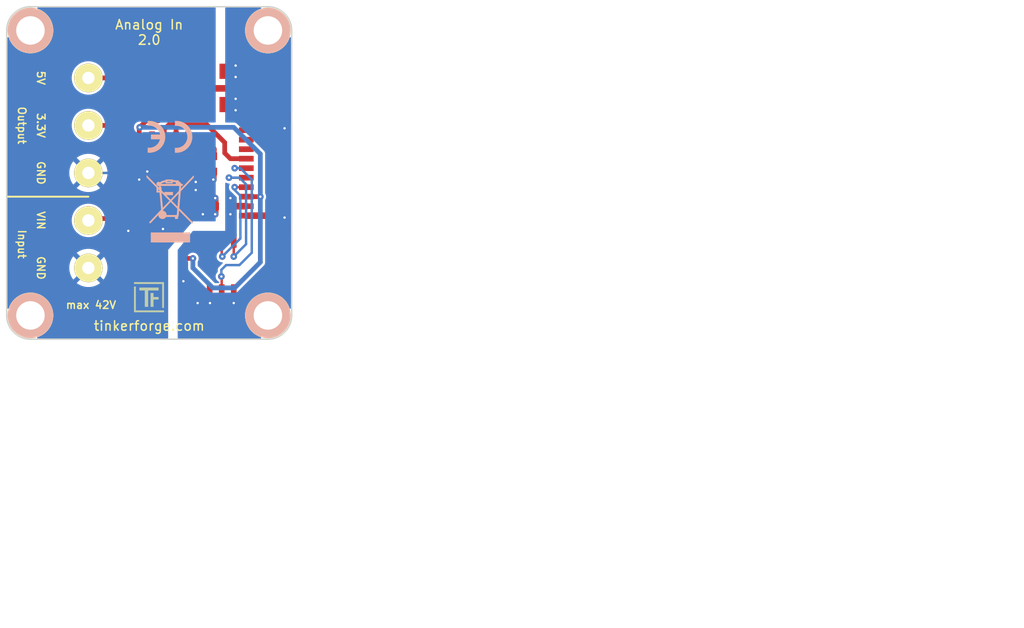
<source format=kicad_pcb>
(kicad_pcb (version 20221018) (generator pcbnew)
  (title_block (title "Analog In Bricklet") (date "24 Feb 2015") (rev "2.0") (company "Tinkerforge GmbH") (comment 1 "Licensed under CERN OHL v.1.1") (comment 2 "Copyright (©) 2015, B.Nordmeyer <bastian@tinkerforge.com>"))
  (layers (0 "F.Cu" signal) (31 "B.Cu" signal) (34 "B.Paste" user) (35 "F.Paste" user) (36 "B.SilkS" user "B.Silkscreen") (37 "F.SilkS" user "F.Silkscreen") (38 "B.Mask" user) (39 "F.Mask" user) (44 "Edge.Cuts" user))
  (net 0 "")
  (net 1 "3V3")
  (net 2 "GND")
  (net 3 "AGND")
  (net 4 "ADC0")
  (net 5 "+5V")
  (net 6 "Net-(P1-Pad4)")
  (net 7 "Net-(P1-Pad5)")
  (net 8 "Net-(P1-Pad6)")
  (net 9 "Net-(P1-Pad7)")
  (net 10 "Net-(C4-Pad2)")
  (net 11 "Net-(R1-Pad2)")
  (net 12 "Net-(R3-Pad2)")
  (net 13 "Net-(R4-Pad1)")
  (net 14 "Net-(F1-Pad2)")
  (net 15 "Net-(F2-Pad2)")
  (net 16 "Net-(P2-Pad2)")
  (net 17 "Net-(P1-Pad8)")
  (net 18 "Net-(P1-Pad9)")
  (net 19 "Net-(P1-Pad10)")
  (net 20 "Net-(U1-Pad7)")
  (footprint "logo:Logo_31x31" (layer "F.Cu") (at 188.9 123.6)
    (fp_text reference "G***" hide)
    (fp_text value "Logo_31x31" hide)
  )
  (footprint "tinkerforge:Fiducial_Mark" (layer "F.Cu") (at 198.5 128.1)
    (fp_text reference "Fiducial_Mark" hide)
    (fp_text value "VAL**" hide)
    (pad "1" smd circle (at 0 0) (size 1.00076 1.00076) (layers "F.Cu" "F.Mask") (clearance 0.65024))
  )
  (footprint "tinkerforge:Fiducial_Mark" (layer "F.Cu") (at 182.5 96.1)
    (fp_text reference "Fiducial_Mark" hide)
    (fp_text value "VAL**" hide)
    (pad "1" smd circle (at 0 0) (size 1.00076 1.00076) (layers "F.Cu" "F.Mask") (clearance 0.65024))
  )
  (footprint "kicad-libraries:MiniMelf" (layer "F.Cu") (at 196.8 104.9)
    (fp_text reference "D1")
    (fp_text value "3V3")
    (pad "1" smd rect (at 1.69926 0) (size 1.19888 1.6002) (layers "F.Cu" "F.Paste" "F.Mask") (net 2 "GND"))
    (pad "2" smd rect (at -1.69926 0) (size 1.19888 1.6002) (layers "F.Cu" "F.Paste" "F.Mask") (net 1 "3V3"))
  )
  (footprint "kicad-libraries:MiniMelf" (layer "F.Cu") (at 196.8 101.4)
    (fp_text reference "D2")
    (fp_text value "5V")
    (pad "1" smd rect (at 1.69926 0) (size 1.19888 1.6002) (layers "F.Cu" "F.Paste" "F.Mask") (net 2 "GND"))
    (pad "2" smd rect (at -1.69926 0) (size 1.19888 1.6002) (layers "F.Cu" "F.Paste" "F.Mask") (net 5 "+5V"))
  )
  (footprint "kicad-libraries:CON-SENSOR" (layer "F.Cu") (at 205.5 112.1 90)
    (fp_text reference "P1")
    (fp_text value "CON-SENSOR")
    (pad "1" smd rect (at -4.50088 -4.7752 90) (size 0.59944 1.5494) (layers "F.Cu" "F.Paste" "F.Mask") (net 5 "+5V"))
    (pad "2" smd rect (at -3.50012 -4.7752 90) (size 0.59944 1.5494) (layers "F.Cu" "F.Paste" "F.Mask") (net 2 "GND"))
    (pad "3" smd rect (at -2.49936 -4.7752 90) (size 0.59944 1.5494) (layers "F.Cu" "F.Paste" "F.Mask") (net 1 "3V3"))
    (pad "4" smd rect (at -1.50114 -4.7752 90) (size 0.59944 1.5494) (layers "F.Cu" "F.Paste" "F.Mask") (net 6 "Net-(P1-Pad4)"))
    (pad "5" smd rect (at -0.50038 -4.7752 90) (size 0.59944 1.5494) (layers "F.Cu" "F.Paste" "F.Mask") (net 7 "Net-(P1-Pad5)"))
    (pad "6" smd rect (at 0.50038 -4.7752 90) (size 0.59944 1.5494) (layers "F.Cu" "F.Paste" "F.Mask") (net 8 "Net-(P1-Pad6)"))
    (pad "7" smd rect (at 1.50114 -4.7752 90) (size 0.59944 1.5494) (layers "F.Cu" "F.Paste" "F.Mask") (net 9 "Net-(P1-Pad7)"))
    (pad "8" smd rect (at 2.49936 -4.7752 90) (size 0.59944 1.5494) (layers "F.Cu" "F.Paste" "F.Mask") (net 17 "Net-(P1-Pad8)"))
    (pad "9" smd rect (at 3.50012 -4.7752 90) (size 0.59944 1.5494) (layers "F.Cu" "F.Paste" "F.Mask") (net 18 "Net-(P1-Pad9)"))
    (pad "10" smd rect (at 4.50088 -4.7752 90) (size 0.59944 1.5494) (layers "F.Cu" "F.Paste" "F.Mask") (net 19 "Net-(P1-Pad10)"))
    (pad "EP" smd rect (at -5.79882 -0.89916 90) (size 1.19888 1.80086) (layers "F.Cu" "F.Paste" "F.Mask") (net 2 "GND"))
    (pad "EP" smd rect (at 5.79882 -0.89916 90) (size 1.19888 1.80086) (layers "F.Cu" "F.Paste" "F.Mask") (net 2 "GND"))
  )
  (footprint "kicad-libraries:AKL_5_5" (layer "F.Cu") (at 184.1 112.1 90)
    (fp_text reference "P2")
    (fp_text value "CONN_5")
    (pad "1" thru_hole circle (at -10 0 90) (size 2.99974 2.99974) (drill 1.30048) (layers "*.Cu" "*.Mask" "F.SilkS") (net 3 "AGND"))
    (pad "2" thru_hole circle (at -5 0 90) (size 2.99974 2.99974) (drill 1.30048) (layers "*.Cu" "*.Mask" "F.SilkS") (net 16 "Net-(P2-Pad2)"))
    (pad "3" thru_hole circle (at 0 0 90) (size 2.99974 2.99974) (drill 1.30048) (layers "*.Cu" "*.Mask" "F.SilkS") (net 3 "AGND"))
    (pad "4" thru_hole circle (at 5 0 90) (size 2.99974 2.99974) (drill 1.30048) (layers "*.Cu" "*.Mask" "F.SilkS") (net 14 "Net-(F1-Pad2)"))
    (pad "5" thru_hole circle (at 10 0 90) (size 2.99974 2.99974) (drill 1.30048) (layers "*.Cu" "*.Mask" "F.SilkS") (net 15 "Net-(F2-Pad2)"))
  )
  (footprint "kicad-libraries:SOIC8" (layer "F.Cu") (at 197.5 121.9)
    (fp_text reference "U1")
    (fp_text value "M24C64")
    (pad "1" smd rect (at -1.90246 2.69748 180) (size 0.59944 1.5494) (layers "F.Cu" "F.Paste" "F.Mask") (net 2 "GND"))
    (pad "2" smd rect (at -0.63246 2.69748 180) (size 0.59944 1.5494) (layers "F.Cu" "F.Paste" "F.Mask") (net 2 "GND"))
    (pad "3" smd rect (at 0.63246 2.69748 180) (size 0.59944 1.5494) (layers "F.Cu" "F.Paste" "F.Mask") (net 8 "Net-(P1-Pad6)"))
    (pad "4" smd rect (at 1.90246 2.69748 180) (size 0.59944 1.5494) (layers "F.Cu" "F.Paste" "F.Mask") (net 2 "GND"))
    (pad "5" smd rect (at 1.90246 -2.69748) (size 0.59944 1.5494) (layers "F.Cu" "F.Paste" "F.Mask") (net 7 "Net-(P1-Pad5)"))
    (pad "6" smd rect (at 0.63246 -2.69748) (size 0.59944 1.5494) (layers "F.Cu" "F.Paste" "F.Mask") (net 6 "Net-(P1-Pad4)"))
    (pad "7" smd rect (at -0.63246 -2.69748) (size 0.59944 1.5494) (layers "F.Cu" "F.Paste" "F.Mask") (net 20 "Net-(U1-Pad7)"))
    (pad "8" smd rect (at -1.90246 -2.69748) (size 0.59944 1.5494) (layers "F.Cu" "F.Paste" "F.Mask") (net 1 "3V3"))
  )
  (footprint "kicad-libraries:SOIC8" (layer "F.Cu") (at 192.7 111.2)
    (fp_text reference "U2")
    (fp_text value "TLV272IS")
    (pad "1" smd rect (at -1.90246 2.69748 180) (size 0.59944 1.5494) (layers "F.Cu" "F.Paste" "F.Mask") (net 11 "Net-(R1-Pad2)"))
    (pad "2" smd rect (at -0.63246 2.69748 180) (size 0.59944 1.5494) (layers "F.Cu" "F.Paste" "F.Mask") (net 12 "Net-(R3-Pad2)"))
    (pad "3" smd rect (at 0.63246 2.69748 180) (size 0.59944 1.5494) (layers "F.Cu" "F.Paste" "F.Mask") (net 13 "Net-(R4-Pad1)"))
    (pad "4" smd rect (at 1.90246 2.69748 180) (size 0.59944 1.5494) (layers "F.Cu" "F.Paste" "F.Mask") (net 3 "AGND"))
    (pad "5" smd rect (at 1.90246 -2.69748) (size 0.59944 1.5494) (layers "F.Cu" "F.Paste" "F.Mask") (net 4 "ADC0"))
    (pad "6" smd rect (at 0.63246 -2.69748) (size 0.59944 1.5494) (layers "F.Cu" "F.Paste" "F.Mask") (net 9 "Net-(P1-Pad7)"))
    (pad "7" smd rect (at -0.63246 -2.69748) (size 0.59944 1.5494) (layers "F.Cu" "F.Paste" "F.Mask") (net 9 "Net-(P1-Pad7)"))
    (pad "8" smd rect (at -1.90246 -2.69748) (size 0.59944 1.5494) (layers "F.Cu" "F.Paste" "F.Mask") (net 1 "3V3"))
  )
  (footprint "kicad-libraries:DRILL_NP" (layer "F.Cu") (at 178 97.1)
    (fp_text reference "U3" hide)
    (fp_text value "DRILL" hide)
    (pad "" np_thru_hole circle (at 0 0) (size 2.99974 2.99974) (drill 2.99974) (layers "*.Cu" "*.Mask" "F.SilkS") (clearance 0.89916))
  )
  (footprint "kicad-libraries:DRILL_NP" (layer "F.Cu") (at 178 127.1)
    (fp_text reference "U4" hide)
    (fp_text value "DRILL" hide)
    (pad "" np_thru_hole circle (at 0 0) (size 2.99974 2.99974) (drill 2.99974) (layers "*.Cu" "*.Mask" "F.SilkS") (clearance 0.89916))
  )
  (footprint "kicad-libraries:DRILL_NP" (layer "F.Cu") (at 203 127.1)
    (fp_text reference "U5" hide)
    (fp_text value "DRILL" hide)
    (pad "" np_thru_hole circle (at 0 0) (size 2.99974 2.99974) (drill 2.99974) (layers "*.Cu" "*.Mask" "F.SilkS") (clearance 0.89916))
  )
  (footprint "kicad-libraries:DRILL_NP" (layer "F.Cu") (at 203 97.1)
    (fp_text reference "U6" hide)
    (fp_text value "DRILL" hide)
    (pad "" np_thru_hole circle (at 0 0) (size 2.99974 2.99974) (drill 2.99974) (layers "*.Cu" "*.Mask" "F.SilkS") (clearance 0.89916))
  )
  (footprint "kicad-libraries:C0603" (layer "F.Cu") (at 194.1 121.9 -90)
    (fp_text reference "C1")
    (fp_text value "100nF")
    (pad "1" smd rect (at -0.8001 0 270) (size 0.8001 0.8001) (layers "F.Cu" "F.Paste" "F.Mask") (net 1 "3V3"))
    (pad "2" smd rect (at 0.8001 0 270) (size 0.8001 0.8001) (layers "F.Cu" "F.Paste" "F.Mask") (net 2 "GND"))
  )
  (footprint "kicad-libraries:C0603" (layer "F.Cu") (at 189.45 111.15 90)
    (fp_text reference "C2")
    (fp_text value "100nF")
    (pad "1" smd rect (at -0.8001 0 90) (size 0.8001 0.8001) (layers "F.Cu" "F.Paste" "F.Mask") (net 3 "AGND"))
    (pad "2" smd rect (at 0.8001 0 90) (size 0.8001 0.8001) (layers "F.Cu" "F.Paste" "F.Mask") (net 1 "3V3"))
  )
  (footprint "kicad-libraries:C0603" (layer "F.Cu") (at 197.25 111.15 90)
    (fp_text reference "C3")
    (fp_text value "180pF")
    (pad "1" smd rect (at -0.8001 0 90) (size 0.8001 0.8001) (layers "F.Cu" "F.Paste" "F.Mask") (net 3 "AGND"))
    (pad "2" smd rect (at 0.8001 0 90) (size 0.8001 0.8001) (layers "F.Cu" "F.Paste" "F.Mask") (net 4 "ADC0"))
  )
  (footprint "kicad-libraries:C0603" (layer "F.Cu") (at 189.85 118.2)
    (fp_text reference "C4")
    (fp_text value "15pF")
    (pad "1" smd rect (at -0.8001 0) (size 0.8001 0.8001) (layers "F.Cu" "F.Paste" "F.Mask") (net 3 "AGND"))
    (pad "2" smd rect (at 0.8001 0) (size 0.8001 0.8001) (layers "F.Cu" "F.Paste" "F.Mask") (net 10 "Net-(C4-Pad2)"))
  )
  (footprint "kicad-libraries:F1206" (layer "F.Cu") (at 191.7 104.9 180)
    (fp_text reference "F1")
    (fp_text value "OZCJ0035FF2G")
    (pad "1" smd rect (at -1.50114 0 180) (size 1.00076 1.6002) (layers "F.Cu" "F.Paste" "F.Mask") (net 1 "3V3"))
    (pad "2" smd rect (at 1.50114 0 180) (size 1.00076 1.6002) (layers "F.Cu" "F.Paste" "F.Mask") (net 14 "Net-(F1-Pad2)"))
  )
  (footprint "kicad-libraries:F1206" (layer "F.Cu") (at 191.7 101.4 180)
    (fp_text reference "F2")
    (fp_text value "OZCJ0035FF2G")
    (pad "1" smd rect (at -1.50114 0 180) (size 1.00076 1.6002) (layers "F.Cu" "F.Paste" "F.Mask") (net 5 "+5V"))
    (pad "2" smd rect (at 1.50114 0 180) (size 1.00076 1.6002) (layers "F.Cu" "F.Paste" "F.Mask") (net 15 "Net-(F2-Pad2)"))
  )
  (footprint "kicad-libraries:R0603" (layer "F.Cu") (at 195.95 111.15 -90)
    (fp_text reference "R1")
    (fp_text value "68.1")
    (pad "1" smd rect (at -0.8001 0 270) (size 0.8001 0.8001) (layers "F.Cu" "F.Paste" "F.Mask") (net 4 "ADC0"))
    (pad "2" smd rect (at 0.8001 0 270) (size 0.8001 0.8001) (layers "F.Cu" "F.Paste" "F.Mask") (net 11 "Net-(R1-Pad2)"))
  )
  (footprint "kicad-libraries:R0603" (layer "F.Cu") (at 198.25 115.6 180)
    (fp_text reference "R2")
    (fp_text value "0")
    (pad "1" smd rect (at -0.8001 0 180) (size 0.8001 0.8001) (layers "F.Cu" "F.Paste" "F.Mask") (net 2 "GND"))
    (pad "2" smd rect (at 0.8001 0 180) (size 0.8001 0.8001) (layers "F.Cu" "F.Paste" "F.Mask") (net 3 "AGND"))
  )
  (footprint "kicad-libraries:R0603" (layer "F.Cu") (at 189.85 115.6)
    (fp_text reference "R3")
    (fp_text value "10k")
    (pad "1" smd rect (at -0.8001 0) (size 0.8001 0.8001) (layers "F.Cu" "F.Paste" "F.Mask") (net 11 "Net-(R1-Pad2)"))
    (pad "2" smd rect (at 0.8001 0) (size 0.8001 0.8001) (layers "F.Cu" "F.Paste" "F.Mask") (net 12 "Net-(R3-Pad2)"))
  )
  (footprint "kicad-libraries:R0603" (layer "F.Cu") (at 195.35 115.6)
    (fp_text reference "R4")
    (fp_text value "10k")
    (pad "1" smd rect (at -0.8001 0) (size 0.8001 0.8001) (layers "F.Cu" "F.Paste" "F.Mask") (net 13 "Net-(R4-Pad1)"))
    (pad "2" smd rect (at 0.8001 0) (size 0.8001 0.8001) (layers "F.Cu" "F.Paste" "F.Mask") (net 3 "AGND"))
  )
  (footprint "kicad-libraries:R0603" (layer "F.Cu") (at 191.95 116.4 -90)
    (fp_text reference "R5")
    (fp_text value "130k")
    (pad "1" smd rect (at -0.8001 0 270) (size 0.8001 0.8001) (layers "F.Cu" "F.Paste" "F.Mask") (net 12 "Net-(R3-Pad2)"))
    (pad "2" smd rect (at 0.8001 0 270) (size 0.8001 0.8001) (layers "F.Cu" "F.Paste" "F.Mask") (net 3 "AGND"))
  )
  (footprint "kicad-libraries:R0603" (layer "F.Cu") (at 193.25 116.4 -90)
    (fp_text reference "R6")
    (fp_text value "130k")
    (pad "1" smd rect (at -0.8001 0 270) (size 0.8001 0.8001) (layers "F.Cu" "F.Paste" "F.Mask") (net 13 "Net-(R4-Pad1)"))
    (pad "2" smd rect (at 0.8001 0 270) (size 0.8001 0.8001) (layers "F.Cu" "F.Paste" "F.Mask") (net 10 "Net-(C4-Pad2)"))
  )
  (footprint "kicad-libraries:R0603" (layer "F.Cu") (at 189.85 116.9 180)
    (fp_text reference "R7")
    (fp_text value "10")
    (pad "1" smd rect (at -0.8001 0 180) (size 0.8001 0.8001) (layers "F.Cu" "F.Paste" "F.Mask") (net 10 "Net-(C4-Pad2)"))
    (pad "2" smd rect (at 0.8001 0 180) (size 0.8001 0.8001) (layers "F.Cu" "F.Paste" "F.Mask") (net 16 "Net-(P2-Pad2)"))
  )
  (footprint "tinkerforge:CE_5mm" (layer "B.Cu") (at 192.65 108.3 180)
    (fp_text reference "VAL" hide)
    (fp_text value "CE_5mm" hide)
  )
  (footprint "tinkerforge:WEEE_7mm" (layer "B.Cu") (at 192.7 115.9)
    (fp_text reference "VAL" hide)
    (fp_text value "WEEE_7mm" hide)
  )
  (gr_line (start 184.1 114.6) (end 175.5 114.6) (stroke (width 0.2)) (layer "F.SilkS"))
  (gr_line (start 205.5 127.1) (end 205.5 97.1) (stroke (width 0.15)) (layer "Edge.Cuts"))
  (gr_line (start 203 94.6) (end 178 94.6) (stroke (width 0.15)) (layer "Edge.Cuts"))
  (gr_arc (start 178 129.6) (mid 176.232233 128.867767) (end 175.5 127.1) (stroke (width 0.15)) (layer "Edge.Cuts"))
  (gr_arc (start 203 94.6) (mid 204.767767 95.332233) (end 205.5 97.1) (stroke (width 0.15)) (layer "Edge.Cuts"))
  (gr_arc (start 175.5 97.1) (mid 176.232233 95.332233) (end 178 94.6) (stroke (width 0.15)) (layer "Edge.Cuts"))
  (gr_arc (start 205.5 127.1) (mid 204.767767 128.867767) (end 203 129.6) (stroke (width 0.15)) (layer "Edge.Cuts"))
  (gr_line (start 178 129.6) (end 203 129.6) (stroke (width 0.15)) (layer "Edge.Cuts"))
  (gr_line (start 175.5 127.1) (end 175.5 97.1) (stroke (width 0.15)) (layer "Edge.Cuts"))
  (gr_text "tinkerforge.com" (at 190.5 128.2) (layer "F.SilkS") (effects (font (size 1 1))))
  (gr_text "Input" (at 177.1 119.6 270) (layer "F.SilkS") (effects (font (size 0.8 0.8))))
  (gr_text "GND" (at 179.1 112.1 270) (layer "F.SilkS") (effects (font (size 0.8 0.8))))
  (gr_text "3.3V" (at 179.1 107.1 270) (layer "F.SilkS") (effects (font (size 0.8 0.8))))
  (gr_text "Output" (at 177.1 107.1 270) (layer "F.SilkS") (effects (font (size 0.8 0.8))))
  (gr_text "GND" (at 179.1 122.1 270) (layer "F.SilkS") (effects (font (size 0.8 0.8))))
  (gr_text "VIN" (at 179.1 117.1 270) (layer "F.SilkS") (effects (font (size 0.8 0.8))))
  (gr_text "max 42V" (at 184.375 126) (layer "F.SilkS") (effects (font (size 0.8 0.8))))
  (gr_text "5V" (at 179.1 102.1 270) (layer "F.SilkS") (effects (font (size 0.8 0.8))))
  (gr_text "Analog In\n2.0" (at 190.5 97.3) (layer "F.SilkS") (effects (font (size 1 1))))
  (segment (start 190.79754 109.70246) (end 190.1501 110.3499) (width 0.7) (layer "F.Cu") (net 1))
  (segment (start 190.1501 110.3499) (end 189.45 110.3499) (width 0.7) (layer "F.Cu") (net 1))
  (segment (start 200.72544 114.6) (end 202.2 114.6) (width 0.5) (layer "F.Cu") (net 1))
  (segment (start 195.1 121.1) (end 195.0999 121.0999) (width 0.5) (layer "F.Cu") (net 1))
  (segment (start 195.0999 121.0999) (end 194.1 121.0999) (width 0.5) (layer "F.Cu") (net 1))
  (segment (start 194.1 120.4) (end 195.29748 119.20252) (width 0.5) (layer "F.Cu") (net 1))
  (segment (start 195.29748 119.20252) (end 195.59754 119.20252) (width 0.5) (layer "F.Cu") (net 1))
  (segment (start 189.5 107.3) (end 189.45 107.35) (width 0.5) (layer "F.Cu") (net 1))
  (segment (start 189.45 107.35) (end 189.45 110.3499) (width 0.5) (layer "F.Cu") (net 1))
  (segment (start 190.2 106.6) (end 191.50114 106.6) (width 0.5) (layer "F.Cu") (net 1))
  (segment (start 191.50114 106.6) (end 193.20114 104.9) (width 0.5) (layer "F.Cu") (net 1))
  (segment (start 189.5 107.3) (end 190.2 106.6) (width 0.5) (layer "F.Cu") (net 1))
  (segment (start 190.79754 108.50252) (end 190.79754 109.70246) (width 0.7) (layer "F.Cu") (net 1))
  (segment (start 200.7248 114.59936) (end 200.72544 114.6) (width 0.5) (layer "F.Cu") (net 1))
  (segment (start 195.10074 104.9) (end 193.20114 104.9) (width 0.5) (layer "F.Cu") (net 1))
  (segment (start 194.1 121.0999) (end 194.1 120.4) (width 0.5) (layer "F.Cu") (net 1))
  (via (at 195.1 121.1) (size 0.7) (drill 0.25) (layers "F.Cu" "B.Cu") (net 1))
  (via (at 189.5 107.3) (size 0.7) (drill 0.25) (layers "F.Cu" "B.Cu") (net 1))
  (via (at 202.2 114.6) (size 0.7) (drill 0.25) (layers "F.Cu" "B.Cu") (net 1))
  (segment (start 202.2 114.6) (end 202.2 121.5) (width 0.5) (layer "B.Cu") (net 1))
  (segment (start 202.2 121.5) (end 199.5 124.2) (width 0.5) (layer "B.Cu") (net 1))
  (segment (start 199.5 124.2) (end 197.2 124.2) (width 0.5) (layer "B.Cu") (net 1))
  (segment (start 197.2 124.2) (end 195.1 122.1) (width 0.5) (layer "B.Cu") (net 1))
  (segment (start 195.1 122.1) (end 195.1 121.1) (width 0.5) (layer "B.Cu") (net 1))
  (segment (start 202.2 110.1) (end 199.4 107.3) (width 0.5) (layer "B.Cu") (net 1))
  (segment (start 199.4 107.3) (end 189.5 107.3) (width 0.5) (layer "B.Cu") (net 1))
  (segment (start 202.2 114.6) (end 202.2 110.1) (width 0.5) (layer "B.Cu") (net 1))
  (segment (start 199.05022 115.60012) (end 199.0501 115.6) (width 0.7) (layer "F.Cu") (net 2))
  (segment (start 199.0501 114.7501) (end 199.05 114.75) (width 0.7) (layer "F.Cu") (net 2))
  (segment (start 199.0501 116.4499) (end 199.05 116.45) (width 0.7) (layer "F.Cu") (net 2))
  (segment (start 204.75 107.4) (end 204.60084 107.25084) (width 0.254) (layer "F.Cu") (net 2))
  (segment (start 204.60084 107.25084) (end 204.60084 106.30118) (width 0.254) (layer "F.Cu") (net 2))
  (segment (start 204.75 116.8) (end 204.60084 116.94916) (width 0.254) (layer "F.Cu") (net 2))
  (segment (start 204.60084 116.94916) (end 204.60084 117.89882) (width 0.254) (layer "F.Cu") (net 2))
  (segment (start 199 101.4) (end 199.6 100.8) (width 0.7) (layer "F.Cu") (net 2))
  (segment (start 199 101.4) (end 199.6 102) (width 0.7) (layer "F.Cu") (net 2))
  (segment (start 199 104.9) (end 199.6 104.3) (width 0.7) (layer "F.Cu") (net 2))
  (segment (start 199 104.9) (end 199.6 105.5) (width 0.7) (layer "F.Cu") (net 2))
  (segment (start 195.59754 125.79754) (end 195.6 125.8) (width 0.254) (layer "F.Cu") (net 2))
  (segment (start 196.86754 125.76754) (end 196.9 125.8) (width 0.254) (layer "F.Cu") (net 2))
  (segment (start 199.40246 125.79754) (end 199.4 125.8) (width 0.254) (layer "F.Cu") (net 2))
  (segment (start 199.0501 116.4499) (end 199.0501 115.6) (width 0.7) (layer "F.Cu") (net 2))
  (segment (start 196.86754 124.59748) (end 196.86754 125.76754) (width 0.254) (layer "F.Cu") (net 2))
  (segment (start 198.49926 104.9) (end 199 104.9) (width 0.7) (layer "F.Cu") (net 2))
  (segment (start 199.40246 124.59748) (end 199.40246 125.79754) (width 0.254) (layer "F.Cu") (net 2))
  (segment (start 195.59754 124.59748) (end 195.59754 125.79754) (width 0.254) (layer "F.Cu") (net 2))
  (segment (start 194.1 122.7001) (end 194.1 123.5) (width 0.7) (layer "F.Cu") (net 2))
  (segment (start 199.0501 115.6) (end 199.0501 114.7501) (width 0.7) (layer "F.Cu") (net 2))
  (segment (start 198.49926 101.4) (end 199 101.4) (width 0.7) (layer "F.Cu") (net 2))
  (segment (start 200.7248 115.60012) (end 199.05022 115.60012) (width 0.7) (layer "F.Cu") (net 2))
  (via (at 204.75 116.8) (size 0.7) (drill 0.25) (layers "F.Cu" "B.Cu") (net 2))
  (via (at 199.6 104.3) (size 0.7) (drill 0.25) (layers "F.Cu" "B.Cu") (net 2))
  (via (at 199.6 100.8) (size 0.7) (drill 0.25) (layers "F.Cu" "B.Cu") (net 2))
  (via (at 199.05 114.75) (size 0.7) (drill 0.25) (layers "F.Cu" "B.Cu") (net 2))
  (via (at 195.6 125.8) (size 0.7) (drill 0.25) (layers "F.Cu" "B.Cu") (net 2))
  (via (at 196.9 125.8) (size 0.7) (drill 0.25) (layers "F.Cu" "B.Cu") (net 2))
  (via (at 199.6 105.5) (size 0.7) (drill 0.25) (layers "F.Cu" "B.Cu") (net 2))
  (via (at 199.05 116.45) (size 0.7) (drill 0.25) (layers "F.Cu" "B.Cu") (net 2))
  (via (at 194.1 123.5) (size 0.7) (drill 0.25) (layers "F.Cu" "B.Cu") (net 2))
  (via (at 199.6 102) (size 0.7) (drill 0.25) (layers "F.Cu" "B.Cu") (net 2))
  (via (at 199.4 125.8) (size 0.7) (drill 0.25) (layers "F.Cu" "B.Cu") (net 2))
  (via (at 204.75 107.4) (size 0.7) (drill 0.25) (layers "F.Cu" "B.Cu") (net 2))
  (segment (start 204.75 107.4) (end 204.75 116.8) (width 0.254) (layer "B.Cu") (net 2))
  (segment (start 195.39748 113.89748) (end 195.4 113.9) (width 0.7) (layer "F.Cu") (net 3))
  (segment (start 190.2999 111.9501) (end 190.3 111.95) (width 0.7) (layer "F.Cu") (net 3))
  (segment (start 195.4 113.05) (end 194.60246 113.84754) (width 0.7) (layer "F.Cu") (net 3))
  (segment (start 197.4499 114.7501) (end 197.45 114.75) (width 0.7) (layer "F.Cu") (net 3))
  (segment (start 197.4499 116.4499) (end 197.45 116.45) (width 0.7) (layer "F.Cu") (net 3))
  (segment (start 196.1501 116.4499) (end 196.15 116.45) (width 0.7) (layer "F.Cu") (net 3))
  (segment (start 197.4499 115.6) (end 197.4499 116.4499) (width 0.7) (layer "F.Cu") (net 3))
  (segment (start 189.45 112.8) (end 189.45 111.9501) (width 0.7) (layer "F.Cu") (net 3))
  (segment (start 189.0499 118.2) (end 188.3 118.2) (width 0.7) (layer "F.Cu") (net 3))
  (segment (start 196.1501 116.4499) (end 196.1501 115.6) (width 0.7) (layer "F.Cu") (net 3))
  (segment (start 194.60246 113.89748) (end 194.60246 113.84754) (width 0.7) (layer "F.Cu") (net 3))
  (segment (start 197.25 112.8) (end 197.25 111.9501) (width 0.7) (layer "F.Cu") (net 3))
  (segment (start 197.4499 114.7501) (end 197.4499 115.6) (width 0.7) (layer "F.Cu") (net 3))
  (segment (start 191.95 117.2001) (end 191.95 118) (width 0.7) (layer "F.Cu") (net 3))
  (segment (start 194.60246 113.89748) (end 195.39748 113.89748) (width 0.7) (layer "F.Cu") (net 3))
  (segment (start 189.45 111.9501) (end 190.2999 111.9501) (width 0.7) (layer "F.Cu") (net 3))
  (via (at 191.95 118) (size 0.7) (drill 0.25) (layers "F.Cu" "B.Cu") (net 3))
  (via (at 197.45 114.75) (size 0.7) (drill 0.25) (layers "F.Cu" "B.Cu") (net 3))
  (via (at 197.45 116.45) (size 0.7) (drill 0.25) (layers "F.Cu" "B.Cu") (net 3))
  (via (at 197.25 112.8) (size 0.7) (drill 0.25) (layers "F.Cu" "B.Cu") (net 3))
  (via (at 188.3 118.2) (size 0.7) (drill 0.25) (layers "F.Cu" "B.Cu") (net 3))
  (via (at 195.4 113.05) (size 0.7) (drill 0.25) (layers "F.Cu" "B.Cu") (net 3))
  (via (at 189.45 112.8) (size 0.7) (drill 0.25) (layers "F.Cu" "B.Cu") (net 3))
  (via (at 195.4 113.9) (size 0.7) (drill 0.25) (layers "F.Cu" "B.Cu") (net 3))
  (via (at 196.15 116.45) (size 0.7) (drill 0.25) (layers "F.Cu" "B.Cu") (net 3))
  (via (at 190.3 111.95) (size 0.7) (drill 0.25) (layers "F.Cu" "B.Cu") (net 3))
  (segment (start 189.45 116.9) (end 190.55 118) (width 0.254) (layer "B.Cu") (net 3))
  (segment (start 188.2 114.05) (end 189.45 112.8) (width 0.254) (layer "B.Cu") (net 3))
  (segment (start 194.3 111.95) (end 195.4 113.05) (width 0.254) (layer "B.Cu") (net 3))
  (segment (start 197 113.05) (end 197.25 112.8) (width 0.254) (layer "B.Cu") (net 3))
  (segment (start 196.25 114.75) (end 195.4 113.9) (width 0.254) (layer "B.Cu") (net 3))
  (segment (start 188.3 117) (end 188.2 116.9) (width 0.254) (layer "B.Cu") (net 3))
  (segment (start 184.4 122.1) (end 188.3 118.2) (width 0.254) (layer "B.Cu") (net 3))
  (segment (start 188.75 112.1) (end 189.45 112.8) (width 0.254) (layer "B.Cu") (net 3))
  (segment (start 184.1 122.1) (end 184.4 122.1) (width 0.254) (layer "B.Cu") (net 3))
  (segment (start 188.3 118.2) (end 188.3 117) (width 0.254) (layer "B.Cu") (net 3))
  (segment (start 197.45 116.45) (end 196.15 116.45) (width 0.254) (layer "B.Cu") (net 3))
  (segment (start 188.2 116.9) (end 189.45 116.9) (width 0.254) (layer "B.Cu") (net 3))
  (segment (start 191.95 118) (end 190.55 118) (width 0.254) (layer "B.Cu") (net 3))
  (segment (start 190.3 111.95) (end 194.3 111.95) (width 0.254) (layer "B.Cu") (net 3))
  (segment (start 197.45 114.75) (end 196.25 114.75) (width 0.254) (layer "B.Cu") (net 3))
  (segment (start 188.2 116.9) (end 188.2 114.05) (width 0.254) (layer "B.Cu") (net 3))
  (segment (start 184.1 112.1) (end 188.75 112.1) (width 0.254) (layer "B.Cu") (net 3))
  (segment (start 195.4 113.05) (end 197 113.05) (width 0.254) (layer "B.Cu") (net 3))
  (segment (start 197.25 109.6) (end 196.15252 108.50252) (width 0.7) (layer "F.Cu") (net 4))
  (segment (start 196.15252 108.50252) (end 194.60246 108.50252) (width 0.7) (layer "F.Cu") (net 4))
  (segment (start 195.95 110.3499) (end 197.25 110.3499) (width 0.7) (layer "F.Cu") (net 4))
  (segment (start 197.25 110.3499) (end 197.25 109.6) (width 0.7) (layer "F.Cu") (net 4))
  (segment (start 203.09912 116.60088) (end 204.5 115.2) (width 0.7) (layer "F.Cu") (net 5))
  (segment (start 204.5 115.2) (end 204.5 109.2) (width 0.7) (layer "F.Cu") (net 5))
  (segment (start 204.5 109.2) (end 201.8 106.5) (width 0.7) (layer "F.Cu") (net 5))
  (segment (start 201.8 106.5) (end 201.8 104.9) (width 0.7) (layer "F.Cu") (net 5))
  (segment (start 201.8 104.9) (end 200.1 103.2) (width 0.7) (layer "F.Cu") (net 5))
  (segment (start 200.1 103.2) (end 196.90074 103.2) (width 0.7) (layer "F.Cu") (net 5))
  (segment (start 196.90074 103.2) (end 195.10074 101.4) (width 0.7) (layer "F.Cu") (net 5))
  (segment (start 195.10074 101.4) (end 193.20114 101.4) (width 0.7) (layer "F.Cu") (net 5))
  (segment (start 200.7248 116.60088) (end 203.09912 116.60088) (width 0.7) (layer "F.Cu") (net 5))
  (segment (start 199.50114 113.60114) (end 199.5 113.6) (width 0.254) (layer "F.Cu") (net 6))
  (segment (start 198.13246 120.83246) (end 198.2 120.9) (width 0.254) (layer "F.Cu") (net 6))
  (segment (start 200.7248 113.60114) (end 199.50114 113.60114) (width 0.254) (layer "F.Cu") (net 6))
  (segment (start 198.13246 119.20252) (end 198.13246 120.83246) (width 0.254) (layer "F.Cu") (net 6))
  (via (at 199.5 113.6) (size 0.7) (drill 0.25) (layers "F.Cu" "B.Cu") (net 6))
  (via (at 198.2 120.9) (size 0.7) (drill 0.25) (layers "F.Cu" "B.Cu") (net 6))
  (segment (start 199.5 113.9) (end 200.1 114.5) (width 0.254) (layer "B.Cu") (net 6))
  (segment (start 198.2 120.9) (end 200.1 119) (width 0.254) (layer "B.Cu") (net 6))
  (segment (start 200.1 119) (end 200.1 114.5) (width 0.254) (layer "B.Cu") (net 6))
  (segment (start 199.5 113.6) (end 199.5 113.9) (width 0.254) (layer "B.Cu") (net 6))
  (segment (start 198.90038 112.60038) (end 198.9 112.6) (width 0.254) (layer "F.Cu") (net 7))
  (segment (start 199.40246 120.89754) (end 199.4 120.9) (width 0.254) (layer "F.Cu") (net 7))
  (segment (start 200.7248 112.60038) (end 198.90038 112.60038) (width 0.254) (layer "F.Cu") (net 7))
  (segment (start 199.40246 119.20252) (end 199.40246 118.59754) (width 0.254) (layer "F.Cu") (net 7))
  (segment (start 199.40246 119.20252) (end 199.40246 120.89754) (width 0.254) (layer "F.Cu") (net 7))
  (via (at 199.4 120.9) (size 0.7) (drill 0.25) (layers "F.Cu" "B.Cu") (net 7))
  (via (at 198.9 112.6) (size 0.7) (drill 0.25) (layers "F.Cu" "B.Cu") (net 7))
  (segment (start 200.7 113.3) (end 200 112.6) (width 0.254) (layer "B.Cu") (net 7))
  (segment (start 200 112.6) (end 198.9 112.6) (width 0.254) (layer "B.Cu") (net 7))
  (segment (start 199.4 120.9) (end 200.7 119.6) (width 0.254) (layer "B.Cu") (net 7))
  (segment (start 200.7 119.6) (end 200.7 113.3) (width 0.254) (layer "B.Cu") (net 7))
  (segment (start 199.50038 111.59962) (end 199.5 111.6) (width 0.254) (layer "F.Cu") (net 8))
  (segment (start 198.1 123) (end 198.13246 123.03246) (width 0.254) (layer "F.Cu") (net 8))
  (segment (start 198.13246 123.03246) (end 198.13246 124.59748) (width 0.254) (layer "F.Cu") (net 8))
  (segment (start 200.7248 111.59962) (end 199.50038 111.59962) (width 0.254) (layer "F.Cu") (net 8))
  (via (at 198.1 123) (size 0.7) (drill 0.25) (layers "F.Cu" "B.Cu") (net 8))
  (via (at 199.5 111.6) (size 0.7) (drill 0.25) (layers "F.Cu" "B.Cu") (net 8))
  (segment (start 200.1 111.6) (end 201.3 112.8) (width 0.254) (layer "B.Cu") (net 8))
  (segment (start 198.1 122.3) (end 198.6 121.8) (width 0.254) (layer "B.Cu") (net 8))
  (segment (start 198.6 121.8) (end 200 121.8) (width 0.254) (layer "B.Cu") (net 8))
  (segment (start 200 121.8) (end 201.3 120.5) (width 0.254) (layer "B.Cu") (net 8))
  (segment (start 201.3 120.5) (end 201.3 112.8) (width 0.254) (layer "B.Cu") (net 8))
  (segment (start 198.1 123) (end 198.1 122.3) (width 0.254) (layer "B.Cu") (net 8))
  (segment (start 199.5 111.6) (end 200.1 111.6) (width 0.254) (layer "B.Cu") (net 8))
  (segment (start 193.05 107.05) (end 193.55 107.05) (width 0.5) (layer "F.Cu") (net 9))
  (segment (start 196.6 107.05) (end 198.45 108.9) (width 0.5) (layer "F.Cu") (net 9))
  (segment (start 198.45 108.9) (end 198.45 110) (width 0.5) (layer "F.Cu") (net 9))
  (segment (start 198.45 110) (end 199.04886 110.59886) (width 0.5) (layer "F.Cu") (net 9))
  (segment (start 199.04886 110.59886) (end 200.7248 110.59886) (width 0.5) (layer "F.Cu") (net 9))
  (segment (start 193.33246 107.33246) (end 193.05 107.05) (width 0.5) (layer "F.Cu") (net 9))
  (segment (start 193.55 107.05) (end 196.6 107.05) (width 0.5) (layer "F.Cu") (net 9))
  (segment (start 192.55 107.05) (end 192.06754 107.53246) (width 0.5) (layer "F.Cu") (net 9))
  (segment (start 192.06754 107.53246) (end 192.06754 108.50252) (width 0.5) (layer "F.Cu") (net 9))
  (segment (start 193.33246 108.50252) (end 193.33246 107.33246) (width 0.5) (layer "F.Cu") (net 9))
  (segment (start 192.06754 108.50252) (end 192.06754 108.03246) (width 0.5) (layer "F.Cu") (net 9))
  (segment (start 193.55 107.05) (end 192.55 107.05) (width 0.5) (layer "F.Cu") (net 9))
  (segment (start 190.6501 118.6501) (end 191.15 119.15) (width 0.7) (layer "F.Cu") (net 10))
  (segment (start 191.15 119.15) (end 192.55 119.15) (width 0.7) (layer "F.Cu") (net 10))
  (segment (start 192.55 119.15) (end 193.25 118.45) (width 0.7) (layer "F.Cu") (net 10))
  (segment (start 193.25 118.45) (end 193.25 117.2001) (width 0.7) (layer "F.Cu") (net 10))
  (segment (start 190.6501 118.2) (end 190.6501 118.6501) (width 0.7) (layer "F.Cu") (net 10))
  (segment (start 190.6501 116.9) (end 190.6501 118.2) (width 0.7) (layer "F.Cu") (net 10))
  (segment (start 189.0499 115.0001) (end 190.15252 113.89748) (width 0.7) (layer "F.Cu") (net 11))
  (segment (start 190.15252 113.89748) (end 190.79754 113.89748) (width 0.7) (layer "F.Cu") (net 11))
  (segment (start 191.7999 111.9501) (end 190.79754 112.95246) (width 0.7) (layer "F.Cu") (net 11))
  (segment (start 190.79754 112.95246) (end 190.79754 113.89748) (width 0.7) (layer "F.Cu") (net 11))
  (segment (start 189.0499 115.6) (end 189.0499 115.0001) (width 0.7) (layer "F.Cu") (net 11))
  (segment (start 195.95 111.9501) (end 191.7999 111.9501) (width 0.7) (layer "F.Cu") (net 11))
  (segment (start 192.06754 114.33246) (end 192.06754 113.89748) (width 0.254) (layer "F.Cu") (net 12))
  (segment (start 190.6502 115.5999) (end 190.6501 115.6) (width 0.254) (layer "F.Cu") (net 12))
  (segment (start 192.06754 115.48236) (end 191.95 115.5999) (width 0.254) (layer "F.Cu") (net 12))
  (segment (start 191.95 115.5999) (end 190.6502 115.5999) (width 0.7) (layer "F.Cu") (net 12))
  (segment (start 192.06754 113.89748) (end 192.06754 115.48236) (width 0.7) (layer "F.Cu") (net 12))
  (segment (start 194.5498 115.5999) (end 194.5499 115.6) (width 0.254) (layer "F.Cu") (net 13))
  (segment (start 193.25 113.97994) (end 193.33246 113.89748) (width 0.254) (layer "F.Cu") (net 13))
  (segment (start 193.25 115.5999) (end 193.25 113.97994) (width 0.7) (layer "F.Cu") (net 13))
  (segment (start 193.25 115.5999) (end 194.5498 115.5999) (width 0.7) (layer "F.Cu") (net 13))
  (segment (start 187.99886 107.1) (end 184.1 107.1) (width 0.5) (layer "F.Cu") (net 14))
  (segment (start 190.19886 104.9) (end 187.99886 107.1) (width 0.5) (layer "F.Cu") (net 14))
  (segment (start 189.49886 102.1) (end 184.1 102.1) (width 0.5) (layer "F.Cu") (net 15))
  (segment (start 190.19886 101.4) (end 189.49886 102.1) (width 0.5) (layer "F.Cu") (net 15))
  (segment (start 184.3 116.9) (end 184.1 117.1) (width 0.5) (layer "F.Cu") (net 16))
  (segment (start 189.0499 116.9) (end 184.3 116.9) (width 0.5) (layer "F.Cu") (net 16))
  (zone (net 2) (net_name "GND") (layer "B.Cu") (connect_pads (clearance 0.2)) (min_thickness 0.15) (fill yes (thermal_gap 0.508) (thermal_bridge_width 0.508))
    (polygon (pts (xy 198.5 94.6) (xy 205.5 94.6) (xy 205.5 129.6) (xy 193.5 129.6) (xy 193.5 120.2) (xy 195.1 118.2) (xy 198.5 118.2)))
  )
  (zone (net 3) (net_name "AGND") (layer "B.Cu") (connect_pads (clearance 0.2)) (min_thickness 0.15) (fill yes (thermal_gap 0.508) (thermal_bridge_width 0.508))
    (polygon (pts (xy 197.5 94.6) (xy 197.5 117.2) (xy 195.1 117.2) (xy 192.5 120.2) (xy 192.5 129.6) (xy 175.5 129.6) (xy 175.5 94.6)))
  )
)
</source>
